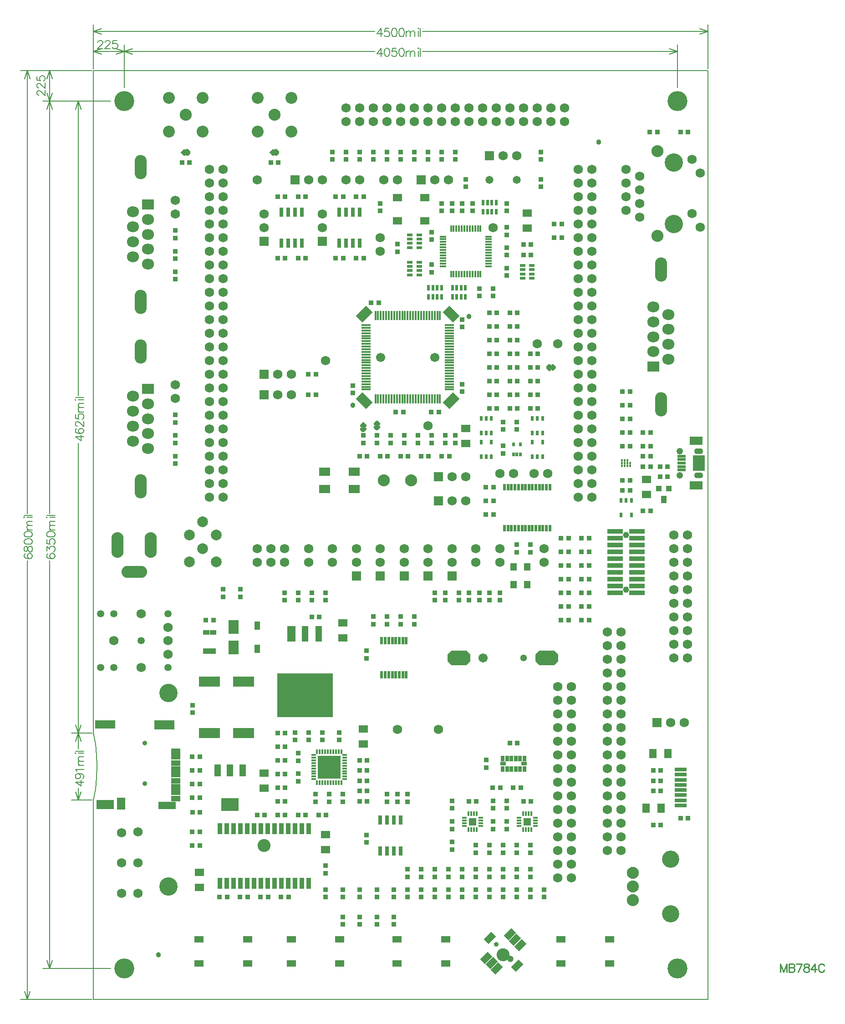
<source format=gbr>
%FSTAX23Y23*%
%MOIN*%
%SFA1B1*%

%IPPOS*%
%AMD155*
4,1,8,-0.009400,0.017500,-0.017500,0.009400,-0.017500,0.001200,0.001200,-0.017500,0.009400,-0.017500,0.017500,-0.009400,0.017500,-0.001200,-0.001200,0.017500,-0.009400,0.017500,0.0*
%
%AMD156*
4,1,8,-0.017500,-0.009400,-0.009400,-0.017500,-0.001200,-0.017500,0.017500,0.001200,0.017500,0.009400,0.009400,0.017500,0.001200,0.017500,-0.017500,-0.001200,-0.017500,-0.009400,0.0*
%
%AMD157*
4,1,4,-0.023900,0.000000,0.000000,-0.023900,0.023900,0.000000,0.000000,0.023900,-0.023900,0.000000,0.0*
%
%AMD158*
4,1,8,-0.017700,-0.009200,-0.009200,-0.017700,-0.000700,-0.017700,0.017700,0.000700,0.017700,0.009200,0.009200,0.017700,0.000700,0.017700,-0.017700,-0.000700,-0.017700,-0.009200,0.0*
%
%AMD159*
4,1,4,0.000000,-0.023900,0.023900,0.000000,0.000000,0.023900,-0.023900,0.000000,0.000000,-0.023900,0.0*
%
%AMD160*
4,1,8,0.009200,-0.017700,0.017700,-0.009200,0.017700,-0.000700,-0.000700,0.017700,-0.009200,0.017700,-0.017700,0.009200,-0.017700,0.000700,0.000700,-0.017700,0.009200,-0.017700,0.0*
%
%AMD161*
4,1,4,-0.061200,0.013800,0.013800,-0.061200,0.061200,-0.013800,-0.013800,0.061200,-0.061200,0.013800,0.0*
%
%AMD163*
4,1,4,-0.013800,-0.061200,0.061200,0.013800,0.013800,0.061200,-0.061200,-0.013800,-0.013800,-0.061200,0.0*
%
%AMD178*
4,1,4,0.010600,0.044500,-0.044500,-0.010600,-0.010600,-0.044500,0.044500,0.010600,0.010600,0.044500,0.0*
%
%AMD212*
4,1,8,0.082500,-0.026500,0.082500,0.026500,0.056000,0.053000,-0.056000,0.053000,-0.082500,0.026500,-0.082500,-0.026500,-0.056000,-0.053000,0.056000,-0.053000,0.082500,-0.026500,0.0*
%
%ADD73C,0.010000*%
%ADD79C,0.005000*%
%ADD81C,0.006000*%
%ADD104C,0.038000*%
%ADD152R,0.153000X0.073000*%
%ADD153R,0.041000X0.061000*%
%ADD154R,0.038000X0.038000*%
G04~CAMADD=155~4~0.0~0.0~230.0~380.0~0.0~57.5~0~0.0~0.0~0.0~0.0~0~0.0~0.0~0.0~0.0~0~0.0~0.0~0.0~45.0~350.0~350.0*
%ADD155D155*%
G04~CAMADD=156~4~0.0~0.0~230.0~380.0~0.0~57.5~0~0.0~0.0~0.0~0.0~0~0.0~0.0~0.0~0.0~0~0.0~0.0~0.0~135.0~350.0~350.0*
%ADD156D156*%
G04~CAMADD=157~10~0.0~339.4~0.0~0.0~0.0~0.0~0~0.0~0.0~0.0~0.0~0~0.0~0.0~0.0~0.0~0~0.0~0.0~0.0~135.0~339.4~0.0*
%ADD157D157*%
G04~CAMADD=158~4~0.0~0.0~240.0~380.0~0.0~60.0~0~0.0~0.0~0.0~0.0~0~0.0~0.0~0.0~0.0~0~0.0~0.0~0.0~135.0~354.0~354.0*
%ADD158D158*%
G04~CAMADD=159~10~0.0~339.4~0.0~0.0~0.0~0.0~0~0.0~0.0~0.0~0.0~0~0.0~0.0~0.0~0.0~0~0.0~0.0~0.0~225.0~339.4~0.0*
%ADD159D159*%
G04~CAMADD=160~4~0.0~0.0~240.0~380.0~0.0~60.0~0~0.0~0.0~0.0~0.0~0~0.0~0.0~0.0~0.0~0~0.0~0.0~0.0~225.0~354.0~354.0*
%ADD160D160*%
G04~CAMADD=161~9~0.0~0.0~1060.0~670.0~0.0~0.0~0~0.0~0.0~0.0~0.0~0~0.0~0.0~0.0~0.0~0~0.0~0.0~0.0~135.0~1224.0~1223.0*
%ADD161D161*%
%ADD162R,0.016000X0.067000*%
G04~CAMADD=163~9~0.0~0.0~1060.0~670.0~0.0~0.0~0~0.0~0.0~0.0~0.0~0~0.0~0.0~0.0~0.0~0~0.0~0.0~0.0~225.0~1224.0~1223.0*
%ADD163D163*%
%ADD164R,0.067000X0.016000*%
%ADD165R,0.020000X0.045000*%
%ADD166R,0.087000X0.118000*%
%ADD167R,0.061000X0.024000*%
%ADD168R,0.044000X0.058000*%
%ADD169R,0.044000X0.044000*%
%ADD170R,0.038000X0.038000*%
%ADD171R,0.024000X0.038000*%
%ADD172R,0.016000X0.032000*%
%ADD173R,0.032000X0.016000*%
%ADD174R,0.043000X0.024000*%
%ADD175R,0.083000X0.059000*%
%ADD176R,0.068000X0.058000*%
%ADD177R,0.048000X0.058000*%
G04~CAMADD=178~9~0.0~0.0~780.0~480.0~0.0~0.0~0~0.0~0.0~0.0~0.0~0~0.0~0.0~0.0~0.0~0~0.0~0.0~0.0~45.0~890.0~889.0*
%ADD178D178*%
%ADD179R,0.055000X0.055000*%
%ADD180R,0.047000X0.016000*%
%ADD181R,0.024000X0.043000*%
%ADD182R,0.077000X0.099000*%
%ADD183R,0.018000X0.036000*%
%ADD184R,0.036000X0.018000*%
%ADD185R,0.048000X0.088000*%
%ADD186R,0.128000X0.098000*%
%ADD187R,0.020000X0.053000*%
%ADD188R,0.020000X0.028000*%
%ADD189R,0.410000X0.323000*%
%ADD190R,0.047000X0.118000*%
%ADD191R,0.064000X0.118000*%
%ADD192R,0.045000X0.036000*%
%ADD193R,0.095000X0.039000*%
%ADD194R,0.028000X0.068000*%
%ADD195R,0.039000X0.028000*%
%ADD196R,0.028000X0.039000*%
%ADD197R,0.165000X0.165000*%
%ADD198R,0.087000X0.028000*%
%ADD199R,0.033000X0.083000*%
%ADD200R,0.016000X0.047000*%
%ADD201R,0.118000X0.037000*%
%ADD202R,0.068000X0.048000*%
%ADD203R,0.058000X0.068000*%
%ADD204C,0.018000*%
%ADD205R,0.146000X0.063000*%
%ADD206R,0.130000X0.055000*%
%ADD207R,0.130000X0.067000*%
%ADD208R,0.146000X0.071000*%
%ADD209R,0.071000X0.039000*%
%ADD210R,0.063000X0.085000*%
%ADD211R,0.071000X0.041000*%
G04~CAMADD=212~4~0.0~0.0~1060.0~1650.0~0.0~265.0~0~0.0~0.0~0.0~0.0~0~0.0~0.0~0.0~0.0~0~0.0~0.0~0.0~270.0~1650.0~1060.0*
%ADD212D212*%
%ADD213C,0.068000*%
%ADD214C,0.134000*%
%ADD215C,0.067000*%
%ADD216C,0.043000*%
%ADD217R,0.095000X0.063000*%
%ADD218C,0.063000*%
%ADD219C,0.049000*%
%ADD220R,0.068000X0.068000*%
%ADD221R,0.068000X0.068000*%
%ADD222C,0.088000*%
%ADD223C,0.126000*%
%ADD224C,0.134000*%
%ADD225C,0.053000*%
%ADD226C,0.095000*%
%ADD227C,0.058000*%
%ADD228C,0.079000*%
%ADD229C,0.036000*%
%ADD230C,0.047000*%
%ADD231O,0.088000X0.078000*%
%ADD232R,0.088000X0.078000*%
%ADD233O,0.088000X0.188000*%
%ADD234O,0.188000X0.088000*%
%ADD235C,0.046000*%
%ADD236C,0.087000*%
%ADD237C,0.087000*%
%ADD238C,0.146000*%
%ADD239C,0.134000*%
%ADD240C,0.134000*%
%ADD241C,0.051000*%
%ADD242O,0.088000X0.178000*%
%LNmb784b-1*%
%LPD*%
G54D73*
X0503Y0026D02*
Y002D01*
Y0026D02*
X05053Y002D01*
X05076Y0026D02*
X05053Y002D01*
X05076Y0026D02*
Y002D01*
X05093Y0026D02*
Y002D01*
Y0026D02*
X05119D01*
X05127Y00257*
X0513Y00254*
X05133Y00249*
Y00243*
X0513Y00237*
X05127Y00234*
X05119Y00231*
X05093D02*
X05119D01*
X05127Y00229*
X0513Y00226*
X05133Y0022*
Y00211*
X0513Y00206*
X05127Y00203*
X05119Y002*
X05093*
X05186Y0026D02*
X05158Y002D01*
X05146Y0026D02*
X05186D01*
X05214D02*
X05205Y00257D01*
X05203Y00251*
Y00246*
X05205Y0024*
X05211Y00237*
X05223Y00234*
X05231Y00231*
X05237Y00226*
X0524Y0022*
Y00211*
X05237Y00206*
X05234Y00203*
X05225Y002*
X05214*
X05205Y00203*
X05203Y00206*
X052Y00211*
Y0022*
X05203Y00226*
X05208Y00231*
X05217Y00234*
X05228Y00237*
X05234Y0024*
X05237Y00246*
Y00251*
X05234Y00257*
X05225Y0026*
X05214*
X05282D02*
X05253Y0022D01*
X05296*
X05282Y0026D02*
Y002D01*
X05349Y00246D02*
X05347Y00251D01*
X05341Y00257*
X05335Y0026*
X05324*
X05318Y00257*
X05312Y00251*
X05309Y00246*
X05307Y00237*
Y00223*
X05309Y00214*
X05312Y00209*
X05318Y00203*
X05324Y002*
X05335*
X05341Y00203*
X05347Y00209*
X05349Y00214*
G54D79*
X0Y01459D02*
D01*
X00014Y0154*
X00022Y01622*
X00025Y01704*
X00023Y01786*
X00014Y01868*
X0Y0195*
X04275Y06674D02*
Y0699D01*
X00225Y06674D02*
Y0699D01*
X02409Y0694D02*
X04275D01*
X00225D02*
X02059D01*
X04215Y0696D02*
X04275Y0694D01*
X04215Y0692D02*
X04275Y0694D01*
X00225D02*
X00285Y0692D01*
X00225Y0694D02*
X00285Y0696D01*
X00225Y06674D02*
Y0699D01*
X0Y06812D02*
Y0699D01*
X00112Y0694D02*
X00225D01*
X0D02*
X00112D01*
X00165Y0696D02*
X00225Y0694D01*
X00165Y0692D02*
X00225Y0694D01*
X0D02*
X0006Y0692D01*
X0Y0694D02*
X0006Y0696D01*
X045Y06812D02*
Y07135D01*
X0Y06812D02*
Y07135D01*
X02409Y07085D02*
X045D01*
X0D02*
X02059D01*
X0444Y07105D02*
X045Y07085D01*
X0444Y07065D02*
X045Y07085D01*
X0D02*
X0006Y07065D01*
X0Y07085D02*
X0006Y07105D01*
X-0016Y0195D02*
X-00013D01*
X-0016Y01459D02*
X-00013D01*
X-0011Y01832D02*
Y0195D01*
Y01459D02*
Y01545D01*
X-0013Y0189D02*
X-0011Y0195D01*
X-0009Y0189*
X-0011Y01459D02*
X-0009Y01519D01*
X-0013D02*
X-0011Y01459D01*
X-0016Y06575D02*
X00126D01*
X-0016Y0195D02*
X-00013D01*
X-0011Y0442D02*
Y06575D01*
Y0195D02*
Y04073D01*
X-0013Y06515D02*
X-0011Y06575D01*
X-0009Y06515*
X-0011Y0195D02*
X-0009Y0201D01*
X-0013D02*
X-0011Y0195D01*
X-0037Y00225D02*
X00126D01*
X-0037Y06575D02*
X00126D01*
X-0032Y00225D02*
Y03211D01*
Y03557D02*
Y06575D01*
Y00225D02*
X-003Y00285D01*
X-0034D02*
X-0032Y00225D01*
X-0034Y06515D02*
X-0032Y06575D01*
X-003Y06515*
X-0037Y068D02*
X-00013D01*
X-0037Y06575D02*
X00126D01*
X-0032Y06688D02*
Y068D01*
Y06575D02*
Y06688D01*
X-0034Y0674D02*
X-0032Y068D01*
X-003Y0674*
X-0032Y06575D02*
X-003Y06635D01*
X-0034D02*
X-0032Y06575D01*
X-00535Y068D02*
X-00013D01*
X-00535Y0D02*
X-00013D01*
X-00485Y03557D02*
Y068D01*
Y0D02*
Y03211D01*
X-00505Y0674D02*
X-00485Y068D01*
X-00465Y0674*
X-00485Y0D02*
X-00465Y0006D01*
X-00505D02*
X-00485Y0D01*
X0Y0195D02*
Y068D01*
X045Y0D02*
Y068D01*
X0Y0D02*
X045D01*
X0Y068D02*
X045D01*
X0Y0D02*
Y01459D01*
G54D81*
X02104Y06963D02*
X02075Y06923D01*
X02118*
X02104Y06963D02*
Y06903D01*
X02146Y06963D02*
X02137Y0696D01*
X02132Y06951*
X02129Y06937*
Y06928*
X02132Y06914*
X02137Y06905*
X02146Y06903*
X02152*
X0216Y06905*
X02166Y06914*
X02169Y06928*
Y06937*
X02166Y06951*
X0216Y0696*
X02152Y06963*
X02146*
X02216D02*
X02188D01*
X02185Y06937*
X02188Y0694*
X02196Y06943*
X02205*
X02214Y0694*
X02219Y06934*
X02222Y06925*
Y0692*
X02219Y06911*
X02214Y06905*
X02205Y06903*
X02196*
X02188Y06905*
X02185Y06908*
X02182Y06914*
X02253Y06963D02*
X02244Y0696D01*
X02238Y06951*
X02236Y06937*
Y06928*
X02238Y06914*
X02244Y06905*
X02253Y06903*
X02258*
X02267Y06905*
X02273Y06914*
X02276Y06928*
Y06937*
X02273Y06951*
X02267Y0696*
X02258Y06963*
X02253*
X02289Y06943D02*
Y06903D01*
Y06931D02*
X02298Y0694D01*
X02303Y06943*
X02312*
X02318Y0694*
X0232Y06931*
Y06903*
Y06931D02*
X02329Y0694D01*
X02335Y06943*
X02343*
X02349Y0694*
X02352Y06931*
Y06903*
X02376Y06963D02*
X02379Y0696D01*
X02382Y06963*
X02379Y06965*
X02376Y06963*
X02379Y06943D02*
Y06903D01*
X02393Y06963D02*
Y06903D01*
X00033Y07006D02*
Y07009D01*
X00036Y07014*
X00039Y07017*
X00044Y0702*
X00056*
X00061Y07017*
X00064Y07014*
X00067Y07009*
Y07003*
X00064Y06997*
X00059Y06989*
X0003Y0696*
X0007*
X00086Y07006D02*
Y07009D01*
X00089Y07014*
X00092Y07017*
X00098Y0702*
X00109*
X00115Y07017*
X00118Y07014*
X00121Y07009*
Y07003*
X00118Y06997*
X00112Y06989*
X00083Y0696*
X00123*
X00171Y0702D02*
X00143D01*
X0014Y06994*
X00143Y06997*
X00151Y07*
X0016*
X00168Y06997*
X00174Y06991*
X00177Y06983*
Y06977*
X00174Y06969*
X00168Y06963*
X0016Y0696*
X00151*
X00143Y06963*
X0014Y06966*
X00137Y06971*
X02104Y07108D02*
X02075Y07068D01*
X02118*
X02104Y07108D02*
Y07048D01*
X02163Y07108D02*
X02134D01*
X02132Y07082*
X02134Y07085*
X02143Y07088*
X02152*
X0216Y07085*
X02166Y07079*
X02169Y0707*
Y07065*
X02166Y07056*
X0216Y0705*
X02152Y07048*
X02143*
X02134Y0705*
X02132Y07053*
X02129Y07059*
X02199Y07108D02*
X02191Y07105D01*
X02185Y07096*
X02182Y07082*
Y07073*
X02185Y07059*
X02191Y0705*
X02199Y07048*
X02205*
X02214Y0705*
X02219Y07059*
X02222Y07073*
Y07082*
X02219Y07096*
X02214Y07105*
X02205Y07108*
X02199*
X02253D02*
X02244Y07105D01*
X02238Y07096*
X02236Y07082*
Y07073*
X02238Y07059*
X02244Y0705*
X02253Y07048*
X02258*
X02267Y0705*
X02273Y07059*
X02276Y07073*
Y07082*
X02273Y07096*
X02267Y07105*
X02258Y07108*
X02253*
X02289Y07088D02*
Y07048D01*
Y07076D02*
X02298Y07085D01*
X02303Y07088*
X02312*
X02318Y07085*
X0232Y07076*
Y07048*
Y07076D02*
X02329Y07085D01*
X02335Y07088*
X02343*
X02349Y07085*
X02352Y07076*
Y07048*
X02376Y07108D02*
X02379Y07105D01*
X02382Y07108*
X02379Y0711*
X02376Y07108*
X02379Y07088D02*
Y07048D01*
X02393Y07108D02*
Y07048D01*
X-00133Y0159D02*
X-00093Y01561D01*
Y01604*
X-00133Y0159D02*
X-00073D01*
X-00113Y01652D02*
X-00104Y01649D01*
X-00098Y01643*
X-00095Y01635*
Y01632*
X-00098Y01623*
X-00104Y01617*
X-00113Y01615*
X-00115*
X-00124Y01617*
X-0013Y01623*
X-00133Y01632*
Y01635*
X-0013Y01643*
X-00124Y01649*
X-00113Y01652*
X-00098*
X-00084Y01649*
X-00075Y01643*
X-00073Y01635*
Y01629*
X-00075Y0162*
X-00081Y01617*
X-00121Y01668D02*
X-00124Y01674D01*
X-00133Y01682*
X-00073*
X-00113Y01712D02*
X-00073D01*
X-00101D02*
X-0011Y01721D01*
X-00113Y01726*
Y01735*
X-0011Y01741*
X-00101Y01743*
X-00073*
X-00101D02*
X-0011Y01752D01*
X-00113Y01758*
Y01766*
X-0011Y01772*
X-00101Y01775*
X-00073*
X-00133Y01799D02*
X-0013Y01802D01*
X-00133Y01805*
X-00135Y01802*
X-00133Y01799*
X-00113Y01802D02*
X-00073D01*
X-00133Y01816D02*
X-00073D01*
X-00133Y04118D02*
X-00093Y04089D01*
Y04132*
X-00133Y04118D02*
X-00073D01*
X-00124Y04177D02*
X-0013Y04174D01*
X-00133Y04166*
Y0416*
X-0013Y04151*
X-00121Y04146*
X-00107Y04143*
X-00093*
X-00081Y04146*
X-00075Y04151*
X-00073Y0416*
Y04163*
X-00075Y04171*
X-00081Y04177*
X-0009Y0418*
X-00093*
X-00101Y04177*
X-00107Y04171*
X-0011Y04163*
Y0416*
X-00107Y04151*
X-00101Y04146*
X-00093Y04143*
X-00118Y04196D02*
X-00121D01*
X-00127Y04199*
X-0013Y04202*
X-00133Y04207*
Y04219*
X-0013Y04225*
X-00127Y04227*
X-00121Y0423*
X-00115*
X-0011Y04227*
X-00101Y04222*
X-00073Y04193*
Y04233*
X-00133Y04281D02*
Y04252D01*
X-00107Y04249*
X-0011Y04252*
X-00113Y04261*
Y04269*
X-0011Y04278*
X-00104Y04284*
X-00095Y04286*
X-0009*
X-00081Y04284*
X-00075Y04278*
X-00073Y04269*
Y04261*
X-00075Y04252*
X-00078Y04249*
X-00084Y04247*
X-00113Y043D02*
X-00073D01*
X-00101D02*
X-0011Y04308D01*
X-00113Y04314*
Y04323*
X-0011Y04328*
X-00101Y04331*
X-00073*
X-00101D02*
X-0011Y0434D01*
X-00113Y04346*
Y04354*
X-0011Y0436*
X-00101Y04363*
X-00073*
X-00133Y04387D02*
X-0013Y0439D01*
X-00133Y04393*
X-00135Y0439*
X-00133Y04387*
X-00113Y0439D02*
X-00073D01*
X-00133Y04404D02*
X-00073D01*
X-00334Y03261D02*
X-0034Y03258D01*
X-00343Y0325*
Y03244*
X-0034Y03235*
X-00331Y0323*
X-00317Y03227*
X-00303*
X-00291Y0323*
X-00285Y03235*
X-00283Y03244*
Y03247*
X-00285Y03255*
X-00291Y03261*
X-003Y03264*
X-00303*
X-00311Y03261*
X-00317Y03255*
X-0032Y03247*
Y03244*
X-00317Y03235*
X-00311Y0323*
X-00303Y03227*
X-00343Y03283D02*
Y03314D01*
X-0032Y03297*
Y03306*
X-00317Y03311*
X-00314Y03314*
X-00305Y03317*
X-003*
X-00291Y03314*
X-00285Y03309*
X-00283Y033*
Y03291*
X-00285Y03283*
X-00288Y0328*
X-00294Y03277*
X-00343Y03365D02*
Y03336D01*
X-00317Y03333*
X-0032Y03336*
X-00323Y03345*
Y03353*
X-0032Y03362*
X-00314Y03368*
X-00305Y03371*
X-003*
X-00291Y03368*
X-00285Y03362*
X-00283Y03353*
Y03345*
X-00285Y03336*
X-00288Y03333*
X-00294Y03331*
X-00343Y03401D02*
X-0034Y03393D01*
X-00331Y03387*
X-00317Y03384*
X-00308*
X-00294Y03387*
X-00285Y03393*
X-00283Y03401*
Y03407*
X-00285Y03415*
X-00294Y03421*
X-00308Y03424*
X-00317*
X-00331Y03421*
X-0034Y03415*
X-00343Y03407*
Y03401*
X-00323Y03437D02*
X-00283D01*
X-00311D02*
X-0032Y03446D01*
X-00323Y03452*
Y0346*
X-0032Y03466*
X-00311Y03469*
X-00283*
X-00311D02*
X-0032Y03477D01*
X-00323Y03483*
Y03492*
X-0032Y03497*
X-00311Y035*
X-00283*
X-00343Y03525D02*
X-0034Y03528D01*
X-00343Y03531*
X-00345Y03528*
X-00343Y03525*
X-00323Y03528D02*
X-00283D01*
X-00343Y03541D02*
X-00283D01*
X-00401Y06618D02*
X-00404D01*
X-00409Y06621*
X-00412Y06624*
X-00415Y06629*
Y06641*
X-00412Y06646*
X-00409Y06649*
X-00404Y06652*
X-00398*
X-00392Y06649*
X-00384Y06644*
X-00355Y06615*
Y06655*
X-00401Y06671D02*
X-00404D01*
X-00409Y06674*
X-00412Y06677*
X-00415Y06683*
Y06694*
X-00412Y067*
X-00409Y06703*
X-00404Y06706*
X-00398*
X-00392Y06703*
X-00384Y06697*
X-00355Y06668*
Y06708*
X-00415Y06756D02*
Y06728D01*
X-00389Y06725*
X-00392Y06728*
X-00395Y06736*
Y06745*
X-00392Y06753*
X-00386Y06759*
X-00378Y06762*
X-00372*
X-00364Y06759*
X-00358Y06753*
X-00355Y06745*
Y06736*
X-00358Y06728*
X-00361Y06725*
X-00366Y06722*
X-00499Y03261D02*
X-00505Y03258D01*
X-00508Y0325*
Y03244*
X-00505Y03235*
X-00496Y0323*
X-00482Y03227*
X-00468*
X-00456Y0323*
X-0045Y03235*
X-00448Y03244*
Y03247*
X-0045Y03255*
X-00456Y03261*
X-00465Y03264*
X-00468*
X-00476Y03261*
X-00482Y03255*
X-00485Y03247*
Y03244*
X-00482Y03235*
X-00476Y0323*
X-00468Y03227*
X-00508Y03291D02*
X-00505Y03283D01*
X-00499Y0328*
X-00493*
X-00488Y03283*
X-00485Y03289*
X-00482Y033*
X-00479Y03309*
X-00473Y03314*
X-00468Y03317*
X-00459*
X-00453Y03314*
X-0045Y03311*
X-00448Y03303*
Y03291*
X-0045Y03283*
X-00453Y0328*
X-00459Y03277*
X-00468*
X-00473Y0328*
X-00479Y03286*
X-00482Y03294*
X-00485Y03306*
X-00488Y03311*
X-00493Y03314*
X-00499*
X-00505Y03311*
X-00508Y03303*
Y03291*
Y03348D02*
X-00505Y03339D01*
X-00496Y03333*
X-00482Y03331*
X-00473*
X-00459Y03333*
X-0045Y03339*
X-00448Y03348*
Y03353*
X-0045Y03362*
X-00459Y03368*
X-00473Y03371*
X-00482*
X-00496Y03368*
X-00505Y03362*
X-00508Y03353*
Y03348*
Y03401D02*
X-00505Y03393D01*
X-00496Y03387*
X-00482Y03384*
X-00473*
X-00459Y03387*
X-0045Y03393*
X-00448Y03401*
Y03407*
X-0045Y03415*
X-00459Y03421*
X-00473Y03424*
X-00482*
X-00496Y03421*
X-00505Y03415*
X-00508Y03407*
Y03401*
X-00488Y03437D02*
X-00448D01*
X-00476D02*
X-00485Y03446D01*
X-00488Y03452*
Y0346*
X-00485Y03466*
X-00476Y03469*
X-00448*
X-00476D02*
X-00485Y03477D01*
X-00488Y03483*
Y03492*
X-00485Y03497*
X-00476Y035*
X-00448*
X-00508Y03525D02*
X-00505Y03528D01*
X-00508Y03531*
X-0051Y03528*
X-00508Y03525*
X-00488Y03528D02*
X-00448D01*
X-00508Y03541D02*
X-00448D01*
G54D104*
X00475Y00325D03*
X0275Y05D03*
X019Y0435D03*
X037Y06275D03*
G54D152*
X011Y0195D03*
X0085D03*
X011Y02325D03*
X0085D03*
G54D153*
X012Y02735D03*
Y02565D03*
G54D154*
X03197Y04725D03*
X03253D03*
Y04625D03*
X04097Y01275D03*
X04153D03*
X04202Y039D03*
X04148D03*
Y03825D03*
X04202D03*
X03872Y0405D03*
X00779Y0137D03*
X04077Y0405D03*
Y03975D03*
X04023D03*
X04077Y039D03*
X04023D03*
X03148Y0545D03*
X03203D03*
X03148Y05525D03*
X03203D03*
X04352Y0635D03*
X04298D03*
X04128D03*
X04073D03*
X00723Y01575D03*
X00777D03*
X02898Y04525D03*
X02605Y03975D03*
X0255D03*
X01403Y05425D03*
X01347D03*
X02953Y04325D03*
X02898D03*
X02213Y043D03*
X02267D03*
X02098Y03975D03*
X02152D03*
X03928Y0445D03*
X03872D03*
X03928Y03725D03*
X03872D03*
X02977Y0155D03*
X02922D03*
X03102Y01875D03*
X03047D03*
X02898Y04425D03*
X02953D03*
X02003Y01525D03*
Y0145D03*
X02473Y043D03*
X02527D03*
X02033Y051D03*
X02088D03*
X01597Y028D03*
X01653D03*
X03047Y04525D03*
X03102D03*
X00877Y02775D03*
X00822D03*
X03102Y04925D03*
X03047D03*
X03102Y05025D03*
X03047D03*
X03102Y04725D03*
X03047D03*
X01347Y0145D03*
X01403D03*
X01347Y0155D03*
X01403D03*
X01347Y0185D03*
X01403D03*
X02003Y01675D03*
X01947D03*
X04097D03*
X04153D03*
X04097Y016D03*
X04153D03*
X01372Y0075D03*
X01428D03*
X01128D03*
X01072D03*
X02398Y03975D03*
X02453D03*
X02247D03*
X02303D03*
X01947D03*
X02003D03*
X01773Y05425D03*
X01827D03*
X03928Y0405D03*
X03372Y05575D03*
X03428D03*
X04097Y01525D03*
X04153D03*
X04298Y01325D03*
X04352D03*
X02003Y016D03*
X01947D03*
X01347Y0165D03*
X01403D03*
X01347Y0195D03*
X01403D03*
X01553Y0135D03*
X01497D03*
X01403D03*
X01347D03*
X00777Y01125D03*
X00723D03*
X00777Y01225D03*
X00723D03*
X01827Y05875D03*
X01773D03*
X01977D03*
X01923D03*
X04023Y03575D03*
X04077D03*
X04023Y0405D03*
X03872Y0435D03*
X03928D03*
X03203Y0145D03*
X03148D03*
X02953Y04925D03*
X02898D03*
X02803Y0145D03*
X02747D03*
X03072Y0155D03*
X03197Y04525D03*
X03253D03*
X02898Y05025D03*
X02953D03*
X00777Y01675D03*
X00723D03*
X00724Y0137D03*
X00777Y01775D03*
X00723D03*
Y01475D03*
X03628Y02975D03*
X03572D03*
X03422D03*
X03477D03*
X03422Y02775D03*
X03477D03*
X03572D03*
X03628D03*
X03477Y03375D03*
X03422D03*
X03477Y03275D03*
X03422D03*
X03572D03*
X03628D03*
X03572Y03175D03*
X03628D03*
X03572Y03375D03*
X03628D03*
Y03075D03*
X03572D03*
X03422D03*
X03477D03*
X03628Y02875D03*
X03572D03*
X00702Y06125D03*
X00647D03*
X01352D03*
X01298D03*
X02953Y04725D03*
X02898D03*
X01347Y0175D03*
X01403D03*
X01278Y0075D03*
X01222D03*
X03477Y02875D03*
X03422D03*
X01947Y01525D03*
Y0145D03*
X01253Y0135D03*
X01197D03*
X03128Y0155D03*
X03047Y04825D03*
X03102D03*
X03197Y04625D03*
X03253Y04425D03*
X03197D03*
X03047Y04325D03*
X03102D03*
X02953Y04525D03*
X02928Y0365D03*
X02872D03*
X04023Y0415D03*
X04077D03*
X03872D03*
X03928D03*
X03047Y04625D03*
X03102D03*
X02953D03*
X02898D03*
X03047Y04425D03*
X03102D03*
X03197Y04325D03*
X03253D03*
X03372Y05675D03*
X03428D03*
X01497Y05875D03*
X01553D03*
X01347D03*
X01403D03*
X00777Y01475D03*
X00978Y0075D03*
X00923D03*
X01648Y0135D03*
X01702D03*
X01628Y04425D03*
X01572D03*
X01628Y04575D03*
X01572D03*
X01923Y05425D03*
X01977D03*
X01553D03*
X01497D03*
X03928Y038D03*
X03872D03*
X01947Y0175D03*
X02003D03*
X02953Y04825D03*
X02898D03*
X03928Y0425D03*
X03872D03*
X03477Y03175D03*
X03422D03*
X02872Y0355D03*
X02928D03*
Y0375D03*
X02872D03*
G54D155*
X03368Y04632D03*
X03332Y04617D03*
X02082Y04218D03*
X00693Y06208D03*
X00657Y06193D03*
X01307D03*
X01343Y06208D03*
X01982Y04206D03*
G54D156*
X03368Y04618D03*
X02068Y04218D03*
X00657Y06207D03*
X01307D03*
X02083Y04182D03*
X01968Y04206D03*
X01983Y0417D03*
G54D157*
X03363Y04625D03*
X00662Y062D03*
X01312D03*
G54D158*
X03332Y04633D03*
X00693Y06192D03*
X01343D03*
G54D159*
X02075Y04213D03*
X01975Y04201D03*
G54D160*
X02067Y04182D03*
X01967Y0417D03*
G54D161*
X02617Y05017D03*
X01983Y04383D03*
G54D162*
X02083Y04396D03*
X02064D03*
X02103D03*
X02123D03*
X02143D03*
X02162D03*
X02182D03*
X02202D03*
X02221D03*
X02241D03*
X02261D03*
X0228D03*
X023D03*
X0232D03*
X02339D03*
X02359D03*
X02379D03*
X02398D03*
X02418D03*
X02438D03*
X02457D03*
X02477D03*
X02497D03*
X02517D03*
X02536D03*
Y05004D03*
X02517D03*
X02497D03*
X02477D03*
X02457D03*
X02438D03*
X02418D03*
X02398D03*
X02379D03*
X02359D03*
X0232D03*
X023D03*
X0228D03*
X02241D03*
X02221D03*
X02202D03*
X02182D03*
X02162D03*
X02143D03*
X02123D03*
X02103D03*
X02083D03*
X02064D03*
X02261D03*
X02339D03*
G54D163*
X02617Y04383D03*
X01983Y05017D03*
G54D164*
X02604Y04464D03*
Y04483D03*
Y04503D03*
Y04523D03*
Y04543D03*
Y04582D03*
Y04602D03*
Y04621D03*
Y04641D03*
Y04661D03*
Y0468D03*
Y047D03*
Y0472D03*
Y04739D03*
Y04759D03*
Y04779D03*
Y04798D03*
Y04818D03*
Y04838D03*
Y04857D03*
Y04877D03*
Y04917D03*
Y04936D03*
X01996D03*
Y04917D03*
Y04897D03*
Y04877D03*
Y04857D03*
Y04838D03*
Y04818D03*
Y04779D03*
Y04759D03*
Y04739D03*
Y0472D03*
Y047D03*
Y0468D03*
Y04661D03*
Y04641D03*
Y04621D03*
Y04602D03*
Y04582D03*
Y04562D03*
Y04543D03*
Y04503D03*
Y04483D03*
Y04464D03*
X02604Y04897D03*
Y04562D03*
X01996Y04523D03*
Y04798D03*
G54D165*
X03316Y0375D03*
X03239D03*
X03341D03*
X0329D03*
X03265D03*
X03213D03*
X03188D03*
X03162D03*
X03137D03*
X03111D03*
X03085D03*
X0306D03*
X03034D03*
X03009D03*
X03341Y0345D03*
X0329D03*
X03265D03*
X03239D03*
X03213D03*
X03188D03*
X03162D03*
X03137D03*
X03111D03*
X03085D03*
X0306D03*
X03034D03*
X03009D03*
X03316D03*
G54D166*
X04431Y03925D03*
G54D167*
X04305Y03976D03*
Y03951D03*
Y03925D03*
Y03899D03*
Y03874D03*
G54D168*
X04174Y0366D03*
G54D169*
X04137Y0374D03*
X04213D03*
G54D170*
X0265Y04128D03*
Y04073D03*
X03Y04227D03*
X0235Y06148D03*
X0185Y06202D03*
X0215D03*
X022Y00803D03*
X017Y02977D03*
X03Y03997D03*
X02775Y05773D03*
Y05827D03*
X02825Y05148D03*
Y05202D03*
X021Y05827D03*
Y05773D03*
X03025Y05827D03*
Y05773D03*
X02625D03*
Y05827D03*
X02225Y05472D03*
Y05528D03*
X027Y05827D03*
Y05773D03*
X02925Y05148D03*
Y05202D03*
X03275Y05948D03*
Y06003D03*
X0255Y05827D03*
Y05773D03*
X03025Y05503D03*
Y05448D03*
X02475Y05617D03*
Y05562D03*
X03025Y05653D03*
Y05597D03*
Y05352D03*
Y05298D03*
X031Y04227D03*
Y04173D03*
X02725Y06003D03*
Y05948D03*
X02475Y05378D03*
Y05323D03*
X019Y04492D03*
Y04438D03*
X022Y00548D03*
Y00603D03*
X03Y04052D03*
X02275Y04073D03*
Y04128D03*
X02175D03*
Y04073D03*
X02375D03*
Y04128D03*
X029Y02922D03*
X01725Y01447D03*
Y01503D03*
X02Y01148D03*
Y01202D03*
X0235Y02747D03*
Y02803D03*
X027Y04503D03*
Y04448D03*
Y04977D03*
Y04923D03*
X0235Y06202D03*
X0215Y06148D03*
X0205D03*
Y06202D03*
X0175D03*
Y06148D03*
X023Y00803D03*
Y00748D03*
X026Y00897D03*
Y00952D03*
X032D03*
Y00897D03*
X031Y00952D03*
Y00897D03*
X03Y00952D03*
Y00897D03*
X028Y00952D03*
Y00897D03*
X029Y00952D03*
Y00897D03*
X01575Y01898D03*
Y01952D03*
X015Y01597D03*
Y01653D03*
X01675Y01898D03*
Y01952D03*
X018D03*
Y01898D03*
X032Y03328D03*
Y03273D03*
X0095Y02947D03*
Y03003D03*
X01825Y00603D03*
Y00548D03*
X0195Y00603D03*
Y00548D03*
X02075Y00603D03*
Y00548D03*
X03Y01072D03*
X031D03*
X01825Y00803D03*
Y00748D03*
X02075Y00803D03*
Y00748D03*
X022D03*
X032D03*
Y00803D03*
X031Y00748D03*
Y00803D03*
X03Y00748D03*
Y00803D03*
X028Y00748D03*
Y00803D03*
X029D03*
Y00748D03*
X01825Y01503D03*
Y01447D03*
X00725Y02152D03*
Y02098D03*
X017Y00923D03*
Y00978D03*
X02075Y04128D03*
Y04073D03*
X03025Y01452D03*
Y01398D03*
X02925Y01452D03*
Y01398D03*
X006Y05477D03*
Y05423D03*
Y04128D03*
Y04073D03*
Y05628D03*
Y05573D03*
Y04278D03*
Y04222D03*
Y05327D03*
Y05273D03*
Y03977D03*
Y03922D03*
X017Y02922D03*
X01975Y04128D03*
Y04073D03*
X02975Y02922D03*
Y02977D03*
X0225Y02803D03*
Y02747D03*
X0205D03*
Y02803D03*
X01075Y03003D03*
Y02947D03*
X03275Y06148D03*
Y06202D03*
X0245D03*
Y06148D03*
X0255Y06202D03*
Y06148D03*
X0265D03*
Y06202D03*
X02675Y02922D03*
X0275Y02977D03*
Y02922D03*
X025Y00803D03*
Y00748D03*
X024Y00803D03*
Y00748D03*
X027Y00897D03*
Y00952D03*
X023Y00897D03*
Y00952D03*
X027Y00803D03*
Y00748D03*
X025Y00897D03*
Y00952D03*
X033Y00748D03*
Y00803D03*
X0215Y01447D03*
Y01503D03*
X032Y01072D03*
X01475Y01898D03*
Y01952D03*
X028Y01072D03*
X02625Y01303D03*
Y01247D03*
X01625Y01447D03*
Y01503D03*
X015Y01803D03*
Y01747D03*
X031Y01128D03*
X032D03*
X028D03*
X03D03*
X02825Y02922D03*
Y02977D03*
X014Y02922D03*
Y02977D03*
X016D03*
Y02922D03*
X0195Y06148D03*
Y06202D03*
X0185Y06148D03*
X0225Y06202D03*
Y06148D03*
X02475Y04128D03*
Y04073D03*
X02575D03*
Y04128D03*
X03025Y01303D03*
Y01247D03*
X02925Y01303D03*
Y01247D03*
X029Y01128D03*
Y01072D03*
X02875Y01753D03*
Y01697D03*
X02675Y02977D03*
X029D03*
X0195Y00748D03*
Y00803D03*
X026Y00748D03*
Y00803D03*
X024Y00952D03*
Y00897D03*
X02625Y01398D03*
Y01452D03*
X02225Y01503D03*
Y01447D03*
X017Y00748D03*
Y00803D03*
X02625Y01097D03*
Y01153D03*
X023Y01503D03*
Y01447D03*
X02Y02497D03*
Y02553D03*
X015Y02922D03*
Y02977D03*
X02575Y02922D03*
Y02977D03*
X031Y03273D03*
Y03328D03*
X03Y04173D03*
X025Y02977D03*
Y02922D03*
X0215Y02747D03*
Y02803D03*
G54D171*
X02912Y04078D03*
X02838Y04253D03*
X02875Y04147D03*
X02838D03*
X02875Y04253D03*
X02912Y03972D03*
X02838D03*
Y04078D03*
X02912Y04253D03*
Y04147D03*
X0325Y04253D03*
X03213Y04147D03*
X03287D03*
X0325D03*
X03287Y04253D03*
X03213D03*
X03937Y03653D03*
X03863D03*
X039D03*
X03863Y03547D03*
X03937D03*
X03213Y04078D03*
X03287D03*
X0325Y03972D03*
X03287D03*
X03213D03*
X02875D03*
G54D172*
X01656Y01813D03*
X01695D03*
X01715D03*
X01814D03*
X01794D03*
X01774D03*
X01755D03*
X01735D03*
X01676D03*
X01636D03*
Y01587D03*
X01656D03*
X01676D03*
X01695D03*
X01715D03*
X01735D03*
X01755D03*
X01774D03*
X01794D03*
X01814D03*
G54D173*
X01838Y0173D03*
X01612Y01789D03*
Y01769D03*
Y01749D03*
Y0173D03*
Y0171D03*
Y0169D03*
Y0167D03*
Y01651D03*
Y01631D03*
Y01611D03*
X01838D03*
Y01631D03*
Y01651D03*
Y0167D03*
Y0169D03*
Y0171D03*
Y01749D03*
Y01769D03*
Y01789D03*
G54D174*
X02316Y05334D03*
Y05566D03*
X02384D03*
Y05503D03*
X02316Y05597D03*
Y05503D03*
Y05534D03*
X02384Y05597D03*
Y05534D03*
X02316Y05366D03*
Y05397D03*
X03208Y05278D03*
Y05309D03*
Y05341D03*
Y05372D03*
X02316Y05303D03*
X03141Y05278D03*
Y05309D03*
Y05341D03*
Y05372D03*
X02384Y05303D03*
Y05366D03*
Y05334D03*
Y05397D03*
G54D175*
X01692Y03737D03*
X01908Y03863D03*
X01692D03*
X01908Y03737D03*
G54D176*
X03175Y05755D03*
Y05645D03*
X02225Y057D03*
X02425D03*
Y0587D03*
X02225D03*
X0405Y03805D03*
Y03695D03*
X00775Y0093D03*
Y0082D03*
X017Y01095D03*
Y01205D03*
X0125Y01655D03*
Y01545D03*
X01975Y0187D03*
Y0198D03*
X01825Y02755D03*
Y02645D03*
X02725Y0418D03*
Y0407D03*
G54D177*
X03175Y03035D03*
Y03165D03*
X03075Y03035D03*
Y03165D03*
G54D178*
X02901Y00449D03*
X03103Y00247D03*
X02914Y00264D03*
X03086Y00436D03*
X03125Y00397D03*
X03047Y00475D03*
X02953Y00225D03*
X02875Y00303D03*
G54D179*
X03175Y013D03*
X02775D03*
G54D180*
X02558Y05445D03*
Y05544D03*
Y05465D03*
Y05564D03*
Y05505D03*
Y05485D03*
Y05524D03*
X02892Y05445D03*
Y05564D03*
Y05583D03*
Y05544D03*
Y05524D03*
Y05505D03*
Y05485D03*
Y05465D03*
Y05426D03*
Y05406D03*
Y05386D03*
Y05367D03*
X02558D03*
Y05386D03*
Y05406D03*
Y05426D03*
Y05583D03*
G54D181*
X02484Y05141D03*
Y05208D03*
X02516D03*
X02453D03*
X02547D03*
X02516Y05141D03*
X02453D03*
X02547D03*
X02884Y05766D03*
Y05833D03*
X02916D03*
X02853D03*
X02947D03*
X02916Y05766D03*
X02853D03*
X02947D03*
X02691Y05208D03*
X02722D03*
X02628D03*
Y05141D03*
X02691D03*
X02722D03*
X02659D03*
Y05208D03*
G54D182*
X01025Y02575D03*
Y02725D03*
G54D183*
X03205Y01241D03*
X03185D03*
X03145D03*
Y01359D03*
X03165D03*
X03185D03*
X03205D03*
X03165Y01241D03*
X02765D03*
X02805Y01359D03*
X02785D03*
X02765D03*
X02745D03*
Y01241D03*
X02785D03*
X02805D03*
G54D184*
X03234Y0133D03*
Y0131D03*
Y0129D03*
Y0127D03*
X03116Y0133D03*
Y0131D03*
Y0129D03*
Y0127D03*
X02716D03*
Y0129D03*
Y0131D03*
Y0133D03*
X02834Y0127D03*
Y0129D03*
Y0131D03*
Y0133D03*
G54D185*
X00907Y01675D03*
X01093D03*
X01D03*
G54D186*
X01Y01425D03*
G54D187*
X0229Y02626D03*
X02264D03*
X02238D03*
X02213D03*
X02187D03*
X02162D03*
X02136D03*
X0211D03*
X0229Y02374D03*
X02264D03*
X02238D03*
X02213D03*
X02187D03*
X02162D03*
X02136D03*
X0211D03*
G54D188*
X03074Y04062D03*
X03126Y03988D03*
X03074D03*
X031D03*
X03126Y04062D03*
G54D189*
X0155Y02225D03*
G54D190*
X0165Y02674D03*
X0155D03*
G54D191*
X0145Y02674D03*
G54D192*
X00825Y02685D03*
X00875D03*
G54D193*
X0085Y0255D03*
G54D194*
X022Y01312D03*
X0225D03*
X021Y01087D03*
X022D03*
X021Y01312D03*
X0215D03*
X0225Y01087D03*
X0215D03*
X019Y05762D03*
X0185Y05537D03*
X0195Y05762D03*
Y05537D03*
X0185Y05762D03*
X018D03*
X019Y05537D03*
X018D03*
X01375D03*
X01475D03*
X01375Y05762D03*
X01425D03*
X01525Y05537D03*
Y05762D03*
X01425Y05537D03*
X01475Y05762D03*
G54D195*
X03153Y01725D03*
X02997D03*
G54D196*
X03154Y01687D03*
X03028D03*
X02996D03*
X03122D03*
X03091D03*
X03059D03*
X02996Y01763D03*
X03028D03*
X03059D03*
X03091D03*
X03122D03*
X03154D03*
G54D197*
X01725Y017D03*
G54D198*
X043Y01494D03*
Y01644D03*
Y01606D03*
Y01419D03*
Y01531D03*
Y01569D03*
Y01456D03*
Y01681D03*
G54D199*
X00925Y0125D03*
X01575Y0085D03*
X01475D03*
X01275D03*
X01225D03*
X01025Y0125D03*
X01375D03*
X01225D03*
X01475D03*
X01275D03*
X01425D03*
X01075D03*
X01525D03*
X01575D03*
X01125D03*
X01325D03*
X01175D03*
X01525Y0085D03*
X01375D03*
X01325D03*
X00975Y0125D03*
X01425Y0085D03*
X00925D03*
X00975D03*
X01025D03*
X01125D03*
X01175D03*
X01075D03*
G54D200*
X02715Y05308D03*
X02695D03*
X02676D03*
X02656D03*
X02755Y05642D03*
X02617D03*
X02636D03*
X02656D03*
X02676D03*
X02695D03*
X02715D03*
X02735D03*
X02774D03*
X02794D03*
X02814D03*
X02833D03*
Y05308D03*
X02814D03*
X02794D03*
X02774D03*
X02755D03*
X02735D03*
X02636D03*
X02617D03*
G54D201*
X0382Y02975D03*
X0398D03*
X0382Y03025D03*
X0398D03*
X0382Y03075D03*
X0398D03*
X0382Y03125D03*
X0398D03*
X0382Y03175D03*
X0398D03*
X0382Y03375D03*
Y03425D03*
X0398D03*
X0382Y03325D03*
Y03275D03*
Y03225D03*
X0398Y03375D03*
Y03325D03*
Y03275D03*
Y03225D03*
G54D202*
X00773Y00438D03*
X01127D03*
Y00262D03*
X00773D03*
X02223D03*
X02577D03*
Y00438D03*
X02223D03*
X01448Y00262D03*
X01802D03*
Y00438D03*
X01448D03*
X03423Y00262D03*
X03777D03*
Y00438D03*
X03423D03*
G54D203*
X04045Y014D03*
X04155D03*
X04095Y018D03*
X04205D03*
G54D204*
X0387Y03905D03*
Y03925D03*
Y03945D03*
X0389Y03905D03*
Y03925D03*
Y03945D03*
X0391Y03905D03*
Y03925D03*
Y03945D03*
X0393Y03925D03*
Y03905D03*
G54D205*
X00086Y02013D03*
G54D206*
X00538Y01418D03*
G54D207*
X00086Y01424D03*
G54D208*
X00519Y02009D03*
G54D209*
X00603Y0173D03*
Y01644D03*
Y01687D03*
Y016D03*
Y01514D03*
Y01817D03*
Y01774D03*
Y01557D03*
G54D210*
X00202Y01433D03*
G54D211*
X00603Y01469D03*
G54D212*
X02675Y025D03*
X0332D03*
G54D213*
X03862Y02689D03*
X03762Y02589D03*
X03862D03*
X03762Y02489D03*
X03862D03*
X03762Y02389D03*
X03862D03*
X03762Y02289D03*
X03862D03*
X03762Y02189D03*
X03862D03*
X03762Y02089D03*
X03862D03*
X03762Y01989D03*
X03862D03*
X03762Y01889D03*
X03862D03*
X03762Y01789D03*
X03862D03*
X03762Y01689D03*
X03862D03*
X03762Y01589D03*
X03862D03*
X03762Y01489D03*
X03862D03*
X03762Y01389D03*
X03862D03*
X03762Y01289D03*
X03862D03*
X03762Y01189D03*
X03862D03*
X03762Y01089D03*
X03862D03*
X03762Y02689D03*
X034Y048D03*
X0325D03*
X02975Y0385D03*
X01575Y032D03*
X03075Y0385D03*
X01575Y033D03*
X0175Y032D03*
Y033D03*
X02275Y032D03*
Y033D03*
X02725Y03825D03*
X02525Y01975D03*
X02225Y06D03*
X0355Y05975D03*
X0245Y06525D03*
X0095Y04975D03*
X0185Y06525D03*
X0205D03*
X0095Y04275D03*
Y05975D03*
X01575Y06D03*
X01675D03*
X02625Y03825D03*
X039Y05775D03*
X04Y05825D03*
X039Y05975D03*
X04Y06025D03*
X039Y06075D03*
X04443Y05651D03*
X04383Y05751D03*
X04443Y06049D03*
X04383Y06149D03*
X04Y05925D03*
X039Y05875D03*
X04Y05725D03*
X0365Y03975D03*
X0355D03*
Y03875D03*
X0365D03*
X0355Y03775D03*
X0365D03*
Y04275D03*
Y04175D03*
Y04075D03*
X0355Y04275D03*
X0365Y04475D03*
X0355D03*
Y04375D03*
X0365D03*
X0355Y04075D03*
X0365Y04575D03*
X0085Y06075D03*
Y05175D03*
Y04175D03*
X0095Y05675D03*
Y04675D03*
Y03675D03*
X0355Y06075D03*
Y04175D03*
X0365Y05675D03*
Y04675D03*
Y03675D03*
X0355Y05475D03*
X0365Y05275D03*
X0355Y05875D03*
X0365D03*
X0355Y05275D03*
X0365Y05575D03*
Y05775D03*
X0355D03*
Y04575D03*
Y04675D03*
X0365Y04775D03*
X0355D03*
X0365Y05175D03*
X0355Y05075D03*
X0365Y05975D03*
Y05475D03*
Y05375D03*
X0355D03*
X0365Y06075D03*
X0355Y04875D03*
X017Y04675D03*
X021Y033D03*
X026Y06D03*
X0095Y06075D03*
X0085Y04075D03*
X0095Y03975D03*
Y04075D03*
X0085Y03975D03*
X0095Y04175D03*
X0085Y04275D03*
Y04375D03*
X0095D03*
X0085Y04475D03*
X0095D03*
X00544Y02723D03*
Y02527D03*
Y02625D03*
X00347Y02822D03*
Y02428D03*
X0015Y02625D03*
X0085Y03675D03*
X0095Y03775D03*
Y03875D03*
X0085D03*
X0095Y04575D03*
X0085D03*
X0095Y05275D03*
X0085D03*
Y05375D03*
Y05475D03*
X0095Y05575D03*
X0085D03*
Y05675D03*
X0095Y05775D03*
X0085D03*
Y05875D03*
Y05975D03*
X0345Y06525D03*
X0185Y06425D03*
X0195D03*
Y06525D03*
X0205Y06425D03*
X0215D03*
Y06525D03*
X0225Y06425D03*
Y06525D03*
X0235Y06425D03*
Y06525D03*
X0245Y06425D03*
X0255D03*
Y06525D03*
X0265Y06425D03*
Y06525D03*
X0275Y06425D03*
Y06525D03*
X0285Y06425D03*
Y06525D03*
X0295Y06425D03*
Y06525D03*
X0305Y06425D03*
Y06525D03*
X0315Y06425D03*
Y06525D03*
X0325Y06425D03*
Y06525D03*
X0335Y06425D03*
Y06525D03*
X0345Y06425D03*
X0435Y034D03*
X0425Y033D03*
X0435D03*
X0425Y032D03*
X0435D03*
X0425Y031D03*
X0435D03*
X0425Y03D03*
X0435D03*
X0425Y029D03*
X0435D03*
X0425Y028D03*
X0435D03*
X0425Y027D03*
X0435D03*
X0425Y026D03*
X0435D03*
X0425Y025D03*
X0435D03*
X0425Y034D03*
X00205Y0122D03*
X02925Y0565D03*
X02975Y032D03*
Y033D03*
X02625Y0365D03*
X03Y06175D03*
X031D03*
X021Y05575D03*
Y05475D03*
X00325Y00775D03*
X006Y0575D03*
Y0585D03*
Y044D03*
Y045D03*
X02125Y06D03*
X033Y033D03*
Y032D03*
X0125Y0575D03*
Y0565D03*
X01675Y0575D03*
Y0565D03*
X04325Y02025D03*
X00205Y00775D03*
Y01D03*
X00325Y01225D03*
Y01D03*
X0365Y04875D03*
Y04975D03*
X0355D03*
X0365Y05075D03*
X0355Y05175D03*
Y05575D03*
Y05675D03*
X028Y033D03*
X0185Y06D03*
X0195D03*
X01925Y032D03*
Y033D03*
X025Y06D03*
X0245Y042D03*
X04225Y02025D03*
X02725Y0365D03*
X028Y032D03*
X0135Y04425D03*
X0145D03*
X012Y032D03*
X013D03*
Y033D03*
X012D03*
X014Y032D03*
Y033D03*
X021Y032D03*
X0245D03*
Y033D03*
X02625Y032D03*
Y033D03*
X0095Y05875D03*
Y05475D03*
Y05375D03*
Y05175D03*
X0085Y05075D03*
X0095D03*
X0085Y04975D03*
Y04875D03*
X0095D03*
X0085Y04775D03*
X0095D03*
X0085Y04675D03*
X0145Y04575D03*
X0135D03*
X0355Y03675D03*
X0085Y03775D03*
X02225Y01975D03*
X03399Y01188D03*
Y00888D03*
X03499D03*
X03399Y01088D03*
X03499Y01188D03*
Y00988D03*
X03399D03*
X03499Y01088D03*
X03399Y02288D03*
X03499Y02188D03*
Y01288D03*
Y01388D03*
Y01488D03*
Y01588D03*
Y01688D03*
Y01788D03*
Y01888D03*
Y01988D03*
Y02088D03*
X03399Y01288D03*
Y01388D03*
Y01488D03*
Y01588D03*
Y01688D03*
Y01788D03*
Y01888D03*
Y02088D03*
X03499Y02288D03*
X03399Y01988D03*
Y02188D03*
X03325Y0385D03*
X03225D03*
X012Y06D03*
G54D214*
X0055Y02243D03*
Y00825D03*
G54D215*
X02497Y047D03*
X02103D03*
X02852Y02499D03*
G54D216*
X0443Y04013D03*
Y03837D03*
X04419Y04013D03*
Y03837D03*
X04441Y04013D03*
Y03837D03*
G54D217*
X04411Y04089D03*
Y03761D03*
G54D218*
X04411Y04089D03*
Y03761D03*
X04425Y04089D03*
Y03761D03*
X04396Y04089D03*
Y03761D03*
G54D219*
X04292Y04013D03*
Y03837D03*
G54D220*
X02275Y031D03*
X0125Y0555D03*
X01675D03*
X01925Y031D03*
X021D03*
X0245D03*
X02625D03*
G54D221*
X01475Y06D03*
X02525Y03825D03*
X029Y06175D03*
X04125Y02025D03*
X024Y06D03*
X0125Y04425D03*
X02525Y0365D03*
X0125Y04575D03*
G54D222*
X0395Y00925D03*
Y00725D03*
Y00825D03*
X0413Y0559D03*
Y0621D03*
X02325Y038D03*
X02125D03*
X01325Y06475D03*
X00675D03*
G54D223*
X04225Y00625D03*
Y01025D03*
G54D224*
X0425Y05675D03*
Y06125D03*
G54D225*
X00544Y02822D03*
Y02428D03*
X0015Y02822D03*
X00052D03*
X0015Y02428D03*
X00052D03*
X00347Y02625D03*
X00175Y03345D03*
Y03305D03*
Y03365D03*
Y03285D03*
X00419Y03345D03*
Y03305D03*
X00317Y03128D03*
X00277D03*
X00419Y03365D03*
Y03285D03*
X00337Y03128D03*
X00257D03*
G54D226*
X03Y00325D03*
X0125Y01125D03*
G54D227*
X031Y06D03*
X029D03*
X00345Y05122D03*
Y05137D03*
Y05062D03*
Y05092D03*
Y05107D03*
Y05152D03*
Y05077D03*
Y06108D03*
Y06123D03*
Y06048D03*
Y06078D03*
Y06093D03*
Y06138D03*
Y06063D03*
Y03772D03*
Y03787D03*
Y03712D03*
Y03742D03*
Y03757D03*
Y03802D03*
Y03727D03*
Y04758D03*
Y04773D03*
Y04698D03*
Y04728D03*
Y04743D03*
Y04788D03*
Y04713D03*
X04155Y04387D03*
Y04312D03*
Y04357D03*
Y04372D03*
Y04402D03*
Y04327D03*
Y04342D03*
Y05373D03*
Y05298D03*
Y05343D03*
Y05358D03*
Y05388D03*
Y05313D03*
Y05328D03*
G54D228*
X008Y033D03*
X00702Y03202D03*
Y03398D03*
X00898D03*
Y03202D03*
X008Y03497D03*
G54D229*
X02947Y00403D03*
X00375Y01875D03*
Y01578D03*
G54D230*
X03053Y00297D03*
G54D231*
X004Y04141D03*
X0029Y04087D03*
Y04414D03*
X004Y04032D03*
Y04359D03*
Y0425D03*
X0029Y04305D03*
Y04196D03*
Y05546D03*
Y05655D03*
X004Y056D03*
Y05709D03*
Y05382D03*
X0029Y05764D03*
Y05437D03*
X004Y05491D03*
X0421Y04904D03*
Y04795D03*
X041Y0485D03*
Y04741D03*
Y05068D03*
X0421Y04686D03*
Y05013D03*
X041Y04959D03*
G54D232*
X004Y04468D03*
Y05818D03*
X041Y04632D03*
G54D233*
X00419Y03325D03*
X00175D03*
G54D234*
X00297Y03128D03*
G54D235*
X039Y034D03*
Y03D03*
G54D236*
X01448Y06598D03*
Y06352D03*
X01202D03*
X00798Y06598D03*
Y06352D03*
X00552D03*
G54D237*
X01202Y06598D03*
X00552D03*
G54D238*
X00225Y06575D03*
X04275D03*
Y00225D03*
X00225D03*
G54D239*
X0055Y00825D03*
G54D240*
X0055Y02243D03*
G54D241*
X03148Y025D03*
G54D242*
X00345Y05107D03*
Y06093D03*
Y03757D03*
Y04743D03*
X04155Y04357D03*
Y05343D03*
M02*
</source>
